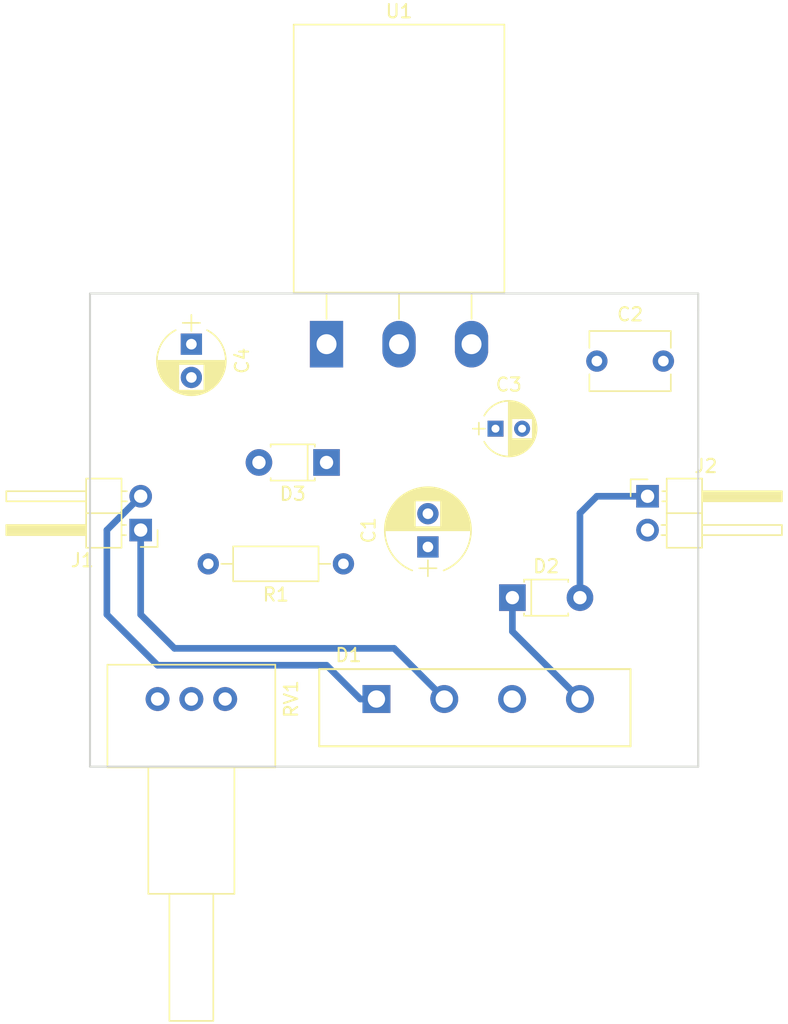
<source format=kicad_pcb>
(kicad_pcb (version 4) (host pcbnew 4.0.7-e2-6376~58~ubuntu17.04.1)

  (general
    (links 22)
    (no_connects 18)
    (area 0 0 0 0)
    (thickness 1.6)
    (drawings 5)
    (tracks 16)
    (zones 0)
    (modules 12)
    (nets 7)
  )

  (page A4)
  (layers
    (0 F.Cu signal)
    (31 B.Cu signal)
    (32 B.Adhes user)
    (33 F.Adhes user)
    (34 B.Paste user)
    (35 F.Paste user)
    (36 B.SilkS user)
    (37 F.SilkS user)
    (38 B.Mask user)
    (39 F.Mask user)
    (40 Dwgs.User user)
    (41 Cmts.User user)
    (42 Eco1.User user)
    (43 Eco2.User user)
    (44 Edge.Cuts user)
    (45 Margin user)
    (46 B.CrtYd user)
    (47 F.CrtYd user)
    (48 B.Fab user)
    (49 F.Fab user)
  )

  (setup
    (last_trace_width 0.5)
    (trace_clearance 0.3)
    (zone_clearance 0.508)
    (zone_45_only no)
    (trace_min 0.2)
    (segment_width 0.2)
    (edge_width 0.15)
    (via_size 0.6)
    (via_drill 0.4)
    (via_min_size 0.4)
    (via_min_drill 0.3)
    (uvia_size 0.3)
    (uvia_drill 0.1)
    (uvias_allowed no)
    (uvia_min_size 0.2)
    (uvia_min_drill 0.1)
    (pcb_text_width 0.3)
    (pcb_text_size 1.5 1.5)
    (mod_edge_width 0.15)
    (mod_text_size 1 1)
    (mod_text_width 0.15)
    (pad_size 1.524 1.524)
    (pad_drill 0.762)
    (pad_to_mask_clearance 0.2)
    (aux_axis_origin 0 0)
    (visible_elements FFFFF77F)
    (pcbplotparams
      (layerselection 0x00030_80000001)
      (usegerberextensions false)
      (excludeedgelayer true)
      (linewidth 0.100000)
      (plotframeref false)
      (viasonmask false)
      (mode 1)
      (useauxorigin false)
      (hpglpennumber 1)
      (hpglpenspeed 20)
      (hpglpendiameter 15)
      (hpglpenoverlay 2)
      (psnegative false)
      (psa4output false)
      (plotreference true)
      (plotvalue true)
      (plotinvisibletext false)
      (padsonsilk false)
      (subtractmaskfromsilk false)
      (outputformat 1)
      (mirror false)
      (drillshape 1)
      (scaleselection 1)
      (outputdirectory ""))
  )

  (net 0 "")
  (net 1 "Net-(C1-Pad1)")
  (net 2 GNDREF)
  (net 3 "Net-(C3-Pad1)")
  (net 4 "Net-(C4-Pad1)")
  (net 5 "Net-(D1-Pad3)")
  (net 6 "Net-(D1-Pad2)")

  (net_class Default "This is the default net class."
    (clearance 0.3)
    (trace_width 0.5)
    (via_dia 0.6)
    (via_drill 0.4)
    (uvia_dia 0.3)
    (uvia_drill 0.1)
    (add_net GNDREF)
    (add_net "Net-(C1-Pad1)")
    (add_net "Net-(C3-Pad1)")
    (add_net "Net-(C4-Pad1)")
    (add_net "Net-(D1-Pad2)")
    (add_net "Net-(D1-Pad3)")
  )

  (module Capacitors_THT:CP_Radial_D6.3mm_P2.50mm (layer F.Cu) (tedit 597BC7C2) (tstamp 59DA65A7)
    (at 129.54 104.14 90)
    (descr "CP, Radial series, Radial, pin pitch=2.50mm, , diameter=6.3mm, Electrolytic Capacitor")
    (tags "CP Radial series Radial pin pitch 2.50mm  diameter 6.3mm Electrolytic Capacitor")
    (path /59DA6083)
    (fp_text reference C1 (at 1.25 -4.46 90) (layer F.SilkS)
      (effects (font (size 1 1) (thickness 0.15)))
    )
    (fp_text value 1mF (at 1.25 4.46 90) (layer F.Fab)
      (effects (font (size 1 1) (thickness 0.15)))
    )
    (fp_arc (start 1.25 0) (end -1.767482 -1.18) (angle 137.3) (layer F.SilkS) (width 0.12))
    (fp_arc (start 1.25 0) (end -1.767482 1.18) (angle -137.3) (layer F.SilkS) (width 0.12))
    (fp_arc (start 1.25 0) (end 4.267482 -1.18) (angle 42.7) (layer F.SilkS) (width 0.12))
    (fp_circle (center 1.25 0) (end 4.4 0) (layer F.Fab) (width 0.1))
    (fp_line (start -2.2 0) (end -1 0) (layer F.Fab) (width 0.1))
    (fp_line (start -1.6 -0.65) (end -1.6 0.65) (layer F.Fab) (width 0.1))
    (fp_line (start 1.25 -3.2) (end 1.25 3.2) (layer F.SilkS) (width 0.12))
    (fp_line (start 1.29 -3.2) (end 1.29 3.2) (layer F.SilkS) (width 0.12))
    (fp_line (start 1.33 -3.2) (end 1.33 3.2) (layer F.SilkS) (width 0.12))
    (fp_line (start 1.37 -3.198) (end 1.37 3.198) (layer F.SilkS) (width 0.12))
    (fp_line (start 1.41 -3.197) (end 1.41 3.197) (layer F.SilkS) (width 0.12))
    (fp_line (start 1.45 -3.194) (end 1.45 3.194) (layer F.SilkS) (width 0.12))
    (fp_line (start 1.49 -3.192) (end 1.49 3.192) (layer F.SilkS) (width 0.12))
    (fp_line (start 1.53 -3.188) (end 1.53 -0.98) (layer F.SilkS) (width 0.12))
    (fp_line (start 1.53 0.98) (end 1.53 3.188) (layer F.SilkS) (width 0.12))
    (fp_line (start 1.57 -3.185) (end 1.57 -0.98) (layer F.SilkS) (width 0.12))
    (fp_line (start 1.57 0.98) (end 1.57 3.185) (layer F.SilkS) (width 0.12))
    (fp_line (start 1.61 -3.18) (end 1.61 -0.98) (layer F.SilkS) (width 0.12))
    (fp_line (start 1.61 0.98) (end 1.61 3.18) (layer F.SilkS) (width 0.12))
    (fp_line (start 1.65 -3.176) (end 1.65 -0.98) (layer F.SilkS) (width 0.12))
    (fp_line (start 1.65 0.98) (end 1.65 3.176) (layer F.SilkS) (width 0.12))
    (fp_line (start 1.69 -3.17) (end 1.69 -0.98) (layer F.SilkS) (width 0.12))
    (fp_line (start 1.69 0.98) (end 1.69 3.17) (layer F.SilkS) (width 0.12))
    (fp_line (start 1.73 -3.165) (end 1.73 -0.98) (layer F.SilkS) (width 0.12))
    (fp_line (start 1.73 0.98) (end 1.73 3.165) (layer F.SilkS) (width 0.12))
    (fp_line (start 1.77 -3.158) (end 1.77 -0.98) (layer F.SilkS) (width 0.12))
    (fp_line (start 1.77 0.98) (end 1.77 3.158) (layer F.SilkS) (width 0.12))
    (fp_line (start 1.81 -3.152) (end 1.81 -0.98) (layer F.SilkS) (width 0.12))
    (fp_line (start 1.81 0.98) (end 1.81 3.152) (layer F.SilkS) (width 0.12))
    (fp_line (start 1.85 -3.144) (end 1.85 -0.98) (layer F.SilkS) (width 0.12))
    (fp_line (start 1.85 0.98) (end 1.85 3.144) (layer F.SilkS) (width 0.12))
    (fp_line (start 1.89 -3.137) (end 1.89 -0.98) (layer F.SilkS) (width 0.12))
    (fp_line (start 1.89 0.98) (end 1.89 3.137) (layer F.SilkS) (width 0.12))
    (fp_line (start 1.93 -3.128) (end 1.93 -0.98) (layer F.SilkS) (width 0.12))
    (fp_line (start 1.93 0.98) (end 1.93 3.128) (layer F.SilkS) (width 0.12))
    (fp_line (start 1.971 -3.119) (end 1.971 -0.98) (layer F.SilkS) (width 0.12))
    (fp_line (start 1.971 0.98) (end 1.971 3.119) (layer F.SilkS) (width 0.12))
    (fp_line (start 2.011 -3.11) (end 2.011 -0.98) (layer F.SilkS) (width 0.12))
    (fp_line (start 2.011 0.98) (end 2.011 3.11) (layer F.SilkS) (width 0.12))
    (fp_line (start 2.051 -3.1) (end 2.051 -0.98) (layer F.SilkS) (width 0.12))
    (fp_line (start 2.051 0.98) (end 2.051 3.1) (layer F.SilkS) (width 0.12))
    (fp_line (start 2.091 -3.09) (end 2.091 -0.98) (layer F.SilkS) (width 0.12))
    (fp_line (start 2.091 0.98) (end 2.091 3.09) (layer F.SilkS) (width 0.12))
    (fp_line (start 2.131 -3.079) (end 2.131 -0.98) (layer F.SilkS) (width 0.12))
    (fp_line (start 2.131 0.98) (end 2.131 3.079) (layer F.SilkS) (width 0.12))
    (fp_line (start 2.171 -3.067) (end 2.171 -0.98) (layer F.SilkS) (width 0.12))
    (fp_line (start 2.171 0.98) (end 2.171 3.067) (layer F.SilkS) (width 0.12))
    (fp_line (start 2.211 -3.055) (end 2.211 -0.98) (layer F.SilkS) (width 0.12))
    (fp_line (start 2.211 0.98) (end 2.211 3.055) (layer F.SilkS) (width 0.12))
    (fp_line (start 2.251 -3.042) (end 2.251 -0.98) (layer F.SilkS) (width 0.12))
    (fp_line (start 2.251 0.98) (end 2.251 3.042) (layer F.SilkS) (width 0.12))
    (fp_line (start 2.291 -3.029) (end 2.291 -0.98) (layer F.SilkS) (width 0.12))
    (fp_line (start 2.291 0.98) (end 2.291 3.029) (layer F.SilkS) (width 0.12))
    (fp_line (start 2.331 -3.015) (end 2.331 -0.98) (layer F.SilkS) (width 0.12))
    (fp_line (start 2.331 0.98) (end 2.331 3.015) (layer F.SilkS) (width 0.12))
    (fp_line (start 2.371 -3.001) (end 2.371 -0.98) (layer F.SilkS) (width 0.12))
    (fp_line (start 2.371 0.98) (end 2.371 3.001) (layer F.SilkS) (width 0.12))
    (fp_line (start 2.411 -2.986) (end 2.411 -0.98) (layer F.SilkS) (width 0.12))
    (fp_line (start 2.411 0.98) (end 2.411 2.986) (layer F.SilkS) (width 0.12))
    (fp_line (start 2.451 -2.97) (end 2.451 -0.98) (layer F.SilkS) (width 0.12))
    (fp_line (start 2.451 0.98) (end 2.451 2.97) (layer F.SilkS) (width 0.12))
    (fp_line (start 2.491 -2.954) (end 2.491 -0.98) (layer F.SilkS) (width 0.12))
    (fp_line (start 2.491 0.98) (end 2.491 2.954) (layer F.SilkS) (width 0.12))
    (fp_line (start 2.531 -2.937) (end 2.531 -0.98) (layer F.SilkS) (width 0.12))
    (fp_line (start 2.531 0.98) (end 2.531 2.937) (layer F.SilkS) (width 0.12))
    (fp_line (start 2.571 -2.919) (end 2.571 -0.98) (layer F.SilkS) (width 0.12))
    (fp_line (start 2.571 0.98) (end 2.571 2.919) (layer F.SilkS) (width 0.12))
    (fp_line (start 2.611 -2.901) (end 2.611 -0.98) (layer F.SilkS) (width 0.12))
    (fp_line (start 2.611 0.98) (end 2.611 2.901) (layer F.SilkS) (width 0.12))
    (fp_line (start 2.651 -2.882) (end 2.651 -0.98) (layer F.SilkS) (width 0.12))
    (fp_line (start 2.651 0.98) (end 2.651 2.882) (layer F.SilkS) (width 0.12))
    (fp_line (start 2.691 -2.863) (end 2.691 -0.98) (layer F.SilkS) (width 0.12))
    (fp_line (start 2.691 0.98) (end 2.691 2.863) (layer F.SilkS) (width 0.12))
    (fp_line (start 2.731 -2.843) (end 2.731 -0.98) (layer F.SilkS) (width 0.12))
    (fp_line (start 2.731 0.98) (end 2.731 2.843) (layer F.SilkS) (width 0.12))
    (fp_line (start 2.771 -2.822) (end 2.771 -0.98) (layer F.SilkS) (width 0.12))
    (fp_line (start 2.771 0.98) (end 2.771 2.822) (layer F.SilkS) (width 0.12))
    (fp_line (start 2.811 -2.8) (end 2.811 -0.98) (layer F.SilkS) (width 0.12))
    (fp_line (start 2.811 0.98) (end 2.811 2.8) (layer F.SilkS) (width 0.12))
    (fp_line (start 2.851 -2.778) (end 2.851 -0.98) (layer F.SilkS) (width 0.12))
    (fp_line (start 2.851 0.98) (end 2.851 2.778) (layer F.SilkS) (width 0.12))
    (fp_line (start 2.891 -2.755) (end 2.891 -0.98) (layer F.SilkS) (width 0.12))
    (fp_line (start 2.891 0.98) (end 2.891 2.755) (layer F.SilkS) (width 0.12))
    (fp_line (start 2.931 -2.731) (end 2.931 -0.98) (layer F.SilkS) (width 0.12))
    (fp_line (start 2.931 0.98) (end 2.931 2.731) (layer F.SilkS) (width 0.12))
    (fp_line (start 2.971 -2.706) (end 2.971 -0.98) (layer F.SilkS) (width 0.12))
    (fp_line (start 2.971 0.98) (end 2.971 2.706) (layer F.SilkS) (width 0.12))
    (fp_line (start 3.011 -2.681) (end 3.011 -0.98) (layer F.SilkS) (width 0.12))
    (fp_line (start 3.011 0.98) (end 3.011 2.681) (layer F.SilkS) (width 0.12))
    (fp_line (start 3.051 -2.654) (end 3.051 -0.98) (layer F.SilkS) (width 0.12))
    (fp_line (start 3.051 0.98) (end 3.051 2.654) (layer F.SilkS) (width 0.12))
    (fp_line (start 3.091 -2.627) (end 3.091 -0.98) (layer F.SilkS) (width 0.12))
    (fp_line (start 3.091 0.98) (end 3.091 2.627) (layer F.SilkS) (width 0.12))
    (fp_line (start 3.131 -2.599) (end 3.131 -0.98) (layer F.SilkS) (width 0.12))
    (fp_line (start 3.131 0.98) (end 3.131 2.599) (layer F.SilkS) (width 0.12))
    (fp_line (start 3.171 -2.57) (end 3.171 -0.98) (layer F.SilkS) (width 0.12))
    (fp_line (start 3.171 0.98) (end 3.171 2.57) (layer F.SilkS) (width 0.12))
    (fp_line (start 3.211 -2.54) (end 3.211 -0.98) (layer F.SilkS) (width 0.12))
    (fp_line (start 3.211 0.98) (end 3.211 2.54) (layer F.SilkS) (width 0.12))
    (fp_line (start 3.251 -2.51) (end 3.251 -0.98) (layer F.SilkS) (width 0.12))
    (fp_line (start 3.251 0.98) (end 3.251 2.51) (layer F.SilkS) (width 0.12))
    (fp_line (start 3.291 -2.478) (end 3.291 -0.98) (layer F.SilkS) (width 0.12))
    (fp_line (start 3.291 0.98) (end 3.291 2.478) (layer F.SilkS) (width 0.12))
    (fp_line (start 3.331 -2.445) (end 3.331 -0.98) (layer F.SilkS) (width 0.12))
    (fp_line (start 3.331 0.98) (end 3.331 2.445) (layer F.SilkS) (width 0.12))
    (fp_line (start 3.371 -2.411) (end 3.371 -0.98) (layer F.SilkS) (width 0.12))
    (fp_line (start 3.371 0.98) (end 3.371 2.411) (layer F.SilkS) (width 0.12))
    (fp_line (start 3.411 -2.375) (end 3.411 -0.98) (layer F.SilkS) (width 0.12))
    (fp_line (start 3.411 0.98) (end 3.411 2.375) (layer F.SilkS) (width 0.12))
    (fp_line (start 3.451 -2.339) (end 3.451 -0.98) (layer F.SilkS) (width 0.12))
    (fp_line (start 3.451 0.98) (end 3.451 2.339) (layer F.SilkS) (width 0.12))
    (fp_line (start 3.491 -2.301) (end 3.491 2.301) (layer F.SilkS) (width 0.12))
    (fp_line (start 3.531 -2.262) (end 3.531 2.262) (layer F.SilkS) (width 0.12))
    (fp_line (start 3.571 -2.222) (end 3.571 2.222) (layer F.SilkS) (width 0.12))
    (fp_line (start 3.611 -2.18) (end 3.611 2.18) (layer F.SilkS) (width 0.12))
    (fp_line (start 3.651 -2.137) (end 3.651 2.137) (layer F.SilkS) (width 0.12))
    (fp_line (start 3.691 -2.092) (end 3.691 2.092) (layer F.SilkS) (width 0.12))
    (fp_line (start 3.731 -2.045) (end 3.731 2.045) (layer F.SilkS) (width 0.12))
    (fp_line (start 3.771 -1.997) (end 3.771 1.997) (layer F.SilkS) (width 0.12))
    (fp_line (start 3.811 -1.946) (end 3.811 1.946) (layer F.SilkS) (width 0.12))
    (fp_line (start 3.851 -1.894) (end 3.851 1.894) (layer F.SilkS) (width 0.12))
    (fp_line (start 3.891 -1.839) (end 3.891 1.839) (layer F.SilkS) (width 0.12))
    (fp_line (start 3.931 -1.781) (end 3.931 1.781) (layer F.SilkS) (width 0.12))
    (fp_line (start 3.971 -1.721) (end 3.971 1.721) (layer F.SilkS) (width 0.12))
    (fp_line (start 4.011 -1.658) (end 4.011 1.658) (layer F.SilkS) (width 0.12))
    (fp_line (start 4.051 -1.591) (end 4.051 1.591) (layer F.SilkS) (width 0.12))
    (fp_line (start 4.091 -1.52) (end 4.091 1.52) (layer F.SilkS) (width 0.12))
    (fp_line (start 4.131 -1.445) (end 4.131 1.445) (layer F.SilkS) (width 0.12))
    (fp_line (start 4.171 -1.364) (end 4.171 1.364) (layer F.SilkS) (width 0.12))
    (fp_line (start 4.211 -1.278) (end 4.211 1.278) (layer F.SilkS) (width 0.12))
    (fp_line (start 4.251 -1.184) (end 4.251 1.184) (layer F.SilkS) (width 0.12))
    (fp_line (start 4.291 -1.081) (end 4.291 1.081) (layer F.SilkS) (width 0.12))
    (fp_line (start 4.331 -0.966) (end 4.331 0.966) (layer F.SilkS) (width 0.12))
    (fp_line (start 4.371 -0.834) (end 4.371 0.834) (layer F.SilkS) (width 0.12))
    (fp_line (start 4.411 -0.676) (end 4.411 0.676) (layer F.SilkS) (width 0.12))
    (fp_line (start 4.451 -0.468) (end 4.451 0.468) (layer F.SilkS) (width 0.12))
    (fp_line (start -2.2 0) (end -1 0) (layer F.SilkS) (width 0.12))
    (fp_line (start -1.6 -0.65) (end -1.6 0.65) (layer F.SilkS) (width 0.12))
    (fp_line (start -2.25 -3.5) (end -2.25 3.5) (layer F.CrtYd) (width 0.05))
    (fp_line (start -2.25 3.5) (end 4.75 3.5) (layer F.CrtYd) (width 0.05))
    (fp_line (start 4.75 3.5) (end 4.75 -3.5) (layer F.CrtYd) (width 0.05))
    (fp_line (start 4.75 -3.5) (end -2.25 -3.5) (layer F.CrtYd) (width 0.05))
    (fp_text user %R (at 1.25 0 90) (layer F.Fab)
      (effects (font (size 1 1) (thickness 0.15)))
    )
    (pad 1 thru_hole rect (at 0 0 90) (size 1.6 1.6) (drill 0.8) (layers *.Cu *.Mask)
      (net 1 "Net-(C1-Pad1)"))
    (pad 2 thru_hole circle (at 2.5 0 90) (size 1.6 1.6) (drill 0.8) (layers *.Cu *.Mask)
      (net 2 GNDREF))
    (model ${KISYS3DMOD}/Capacitors_THT.3dshapes/CP_Radial_D6.3mm_P2.50mm.wrl
      (at (xyz 0 0 0))
      (scale (xyz 1 1 1))
      (rotate (xyz 0 0 0))
    )
  )

  (module Capacitors_THT:C_Disc_D6.0mm_W4.4mm_P5.00mm (layer F.Cu) (tedit 597BC7C2) (tstamp 59DA65AD)
    (at 142.24 90.17)
    (descr "C, Disc series, Radial, pin pitch=5.00mm, , diameter*width=6*4.4mm^2, Capacitor")
    (tags "C Disc series Radial pin pitch 5.00mm  diameter 6mm width 4.4mm Capacitor")
    (path /59DA6154)
    (fp_text reference C2 (at 2.5 -3.51) (layer F.SilkS)
      (effects (font (size 1 1) (thickness 0.15)))
    )
    (fp_text value 0.1uF (at 2.5 3.51) (layer F.Fab)
      (effects (font (size 1 1) (thickness 0.15)))
    )
    (fp_line (start -0.5 -2.2) (end -0.5 2.2) (layer F.Fab) (width 0.1))
    (fp_line (start -0.5 2.2) (end 5.5 2.2) (layer F.Fab) (width 0.1))
    (fp_line (start 5.5 2.2) (end 5.5 -2.2) (layer F.Fab) (width 0.1))
    (fp_line (start 5.5 -2.2) (end -0.5 -2.2) (layer F.Fab) (width 0.1))
    (fp_line (start -0.56 -2.26) (end 5.56 -2.26) (layer F.SilkS) (width 0.12))
    (fp_line (start -0.56 2.26) (end 5.56 2.26) (layer F.SilkS) (width 0.12))
    (fp_line (start -0.56 -2.26) (end -0.56 -0.996) (layer F.SilkS) (width 0.12))
    (fp_line (start -0.56 0.996) (end -0.56 2.26) (layer F.SilkS) (width 0.12))
    (fp_line (start 5.56 -2.26) (end 5.56 -0.996) (layer F.SilkS) (width 0.12))
    (fp_line (start 5.56 0.996) (end 5.56 2.26) (layer F.SilkS) (width 0.12))
    (fp_line (start -1.05 -2.55) (end -1.05 2.55) (layer F.CrtYd) (width 0.05))
    (fp_line (start -1.05 2.55) (end 6.05 2.55) (layer F.CrtYd) (width 0.05))
    (fp_line (start 6.05 2.55) (end 6.05 -2.55) (layer F.CrtYd) (width 0.05))
    (fp_line (start 6.05 -2.55) (end -1.05 -2.55) (layer F.CrtYd) (width 0.05))
    (fp_text user %R (at 2.5 0) (layer F.Fab)
      (effects (font (size 1 1) (thickness 0.15)))
    )
    (pad 1 thru_hole circle (at 0 0) (size 1.6 1.6) (drill 0.8) (layers *.Cu *.Mask)
      (net 1 "Net-(C1-Pad1)"))
    (pad 2 thru_hole circle (at 5 0) (size 1.6 1.6) (drill 0.8) (layers *.Cu *.Mask)
      (net 2 GNDREF))
    (model ${KISYS3DMOD}/Capacitors_THT.3dshapes/C_Disc_D6.0mm_W4.4mm_P5.00mm.wrl
      (at (xyz 0 0 0))
      (scale (xyz 1 1 1))
      (rotate (xyz 0 0 0))
    )
  )

  (module Capacitors_THT:CP_Radial_D4.0mm_P2.00mm (layer F.Cu) (tedit 597BC7C2) (tstamp 59DA65B3)
    (at 134.62 95.25)
    (descr "CP, Radial series, Radial, pin pitch=2.00mm, , diameter=4mm, Electrolytic Capacitor")
    (tags "CP Radial series Radial pin pitch 2.00mm  diameter 4mm Electrolytic Capacitor")
    (path /59DA6BF3)
    (fp_text reference C3 (at 1 -3.31) (layer F.SilkS)
      (effects (font (size 1 1) (thickness 0.15)))
    )
    (fp_text value 10uF (at 1 3.31) (layer F.Fab)
      (effects (font (size 1 1) (thickness 0.15)))
    )
    (fp_arc (start 1 0) (end -0.845996 -0.98) (angle 124.1) (layer F.SilkS) (width 0.12))
    (fp_arc (start 1 0) (end -0.845996 0.98) (angle -124.1) (layer F.SilkS) (width 0.12))
    (fp_arc (start 1 0) (end 2.845996 -0.98) (angle 55.9) (layer F.SilkS) (width 0.12))
    (fp_circle (center 1 0) (end 3 0) (layer F.Fab) (width 0.1))
    (fp_line (start -1.7 0) (end -0.8 0) (layer F.Fab) (width 0.1))
    (fp_line (start -1.25 -0.45) (end -1.25 0.45) (layer F.Fab) (width 0.1))
    (fp_line (start 1 -2.05) (end 1 2.05) (layer F.SilkS) (width 0.12))
    (fp_line (start 1.04 -2.05) (end 1.04 2.05) (layer F.SilkS) (width 0.12))
    (fp_line (start 1.08 -2.049) (end 1.08 2.049) (layer F.SilkS) (width 0.12))
    (fp_line (start 1.12 -2.047) (end 1.12 2.047) (layer F.SilkS) (width 0.12))
    (fp_line (start 1.16 -2.044) (end 1.16 2.044) (layer F.SilkS) (width 0.12))
    (fp_line (start 1.2 -2.041) (end 1.2 2.041) (layer F.SilkS) (width 0.12))
    (fp_line (start 1.24 -2.037) (end 1.24 -0.78) (layer F.SilkS) (width 0.12))
    (fp_line (start 1.24 0.78) (end 1.24 2.037) (layer F.SilkS) (width 0.12))
    (fp_line (start 1.28 -2.032) (end 1.28 -0.78) (layer F.SilkS) (width 0.12))
    (fp_line (start 1.28 0.78) (end 1.28 2.032) (layer F.SilkS) (width 0.12))
    (fp_line (start 1.32 -2.026) (end 1.32 -0.78) (layer F.SilkS) (width 0.12))
    (fp_line (start 1.32 0.78) (end 1.32 2.026) (layer F.SilkS) (width 0.12))
    (fp_line (start 1.36 -2.019) (end 1.36 -0.78) (layer F.SilkS) (width 0.12))
    (fp_line (start 1.36 0.78) (end 1.36 2.019) (layer F.SilkS) (width 0.12))
    (fp_line (start 1.4 -2.012) (end 1.4 -0.78) (layer F.SilkS) (width 0.12))
    (fp_line (start 1.4 0.78) (end 1.4 2.012) (layer F.SilkS) (width 0.12))
    (fp_line (start 1.44 -2.004) (end 1.44 -0.78) (layer F.SilkS) (width 0.12))
    (fp_line (start 1.44 0.78) (end 1.44 2.004) (layer F.SilkS) (width 0.12))
    (fp_line (start 1.48 -1.995) (end 1.48 -0.78) (layer F.SilkS) (width 0.12))
    (fp_line (start 1.48 0.78) (end 1.48 1.995) (layer F.SilkS) (width 0.12))
    (fp_line (start 1.52 -1.985) (end 1.52 -0.78) (layer F.SilkS) (width 0.12))
    (fp_line (start 1.52 0.78) (end 1.52 1.985) (layer F.SilkS) (width 0.12))
    (fp_line (start 1.56 -1.974) (end 1.56 -0.78) (layer F.SilkS) (width 0.12))
    (fp_line (start 1.56 0.78) (end 1.56 1.974) (layer F.SilkS) (width 0.12))
    (fp_line (start 1.6 -1.963) (end 1.6 -0.78) (layer F.SilkS) (width 0.12))
    (fp_line (start 1.6 0.78) (end 1.6 1.963) (layer F.SilkS) (width 0.12))
    (fp_line (start 1.64 -1.95) (end 1.64 -0.78) (layer F.SilkS) (width 0.12))
    (fp_line (start 1.64 0.78) (end 1.64 1.95) (layer F.SilkS) (width 0.12))
    (fp_line (start 1.68 -1.937) (end 1.68 -0.78) (layer F.SilkS) (width 0.12))
    (fp_line (start 1.68 0.78) (end 1.68 1.937) (layer F.SilkS) (width 0.12))
    (fp_line (start 1.721 -1.923) (end 1.721 -0.78) (layer F.SilkS) (width 0.12))
    (fp_line (start 1.721 0.78) (end 1.721 1.923) (layer F.SilkS) (width 0.12))
    (fp_line (start 1.761 -1.907) (end 1.761 -0.78) (layer F.SilkS) (width 0.12))
    (fp_line (start 1.761 0.78) (end 1.761 1.907) (layer F.SilkS) (width 0.12))
    (fp_line (start 1.801 -1.891) (end 1.801 -0.78) (layer F.SilkS) (width 0.12))
    (fp_line (start 1.801 0.78) (end 1.801 1.891) (layer F.SilkS) (width 0.12))
    (fp_line (start 1.841 -1.874) (end 1.841 -0.78) (layer F.SilkS) (width 0.12))
    (fp_line (start 1.841 0.78) (end 1.841 1.874) (layer F.SilkS) (width 0.12))
    (fp_line (start 1.881 -1.856) (end 1.881 -0.78) (layer F.SilkS) (width 0.12))
    (fp_line (start 1.881 0.78) (end 1.881 1.856) (layer F.SilkS) (width 0.12))
    (fp_line (start 1.921 -1.837) (end 1.921 -0.78) (layer F.SilkS) (width 0.12))
    (fp_line (start 1.921 0.78) (end 1.921 1.837) (layer F.SilkS) (width 0.12))
    (fp_line (start 1.961 -1.817) (end 1.961 -0.78) (layer F.SilkS) (width 0.12))
    (fp_line (start 1.961 0.78) (end 1.961 1.817) (layer F.SilkS) (width 0.12))
    (fp_line (start 2.001 -1.796) (end 2.001 -0.78) (layer F.SilkS) (width 0.12))
    (fp_line (start 2.001 0.78) (end 2.001 1.796) (layer F.SilkS) (width 0.12))
    (fp_line (start 2.041 -1.773) (end 2.041 -0.78) (layer F.SilkS) (width 0.12))
    (fp_line (start 2.041 0.78) (end 2.041 1.773) (layer F.SilkS) (width 0.12))
    (fp_line (start 2.081 -1.75) (end 2.081 -0.78) (layer F.SilkS) (width 0.12))
    (fp_line (start 2.081 0.78) (end 2.081 1.75) (layer F.SilkS) (width 0.12))
    (fp_line (start 2.121 -1.725) (end 2.121 -0.78) (layer F.SilkS) (width 0.12))
    (fp_line (start 2.121 0.78) (end 2.121 1.725) (layer F.SilkS) (width 0.12))
    (fp_line (start 2.161 -1.699) (end 2.161 -0.78) (layer F.SilkS) (width 0.12))
    (fp_line (start 2.161 0.78) (end 2.161 1.699) (layer F.SilkS) (width 0.12))
    (fp_line (start 2.201 -1.672) (end 2.201 -0.78) (layer F.SilkS) (width 0.12))
    (fp_line (start 2.201 0.78) (end 2.201 1.672) (layer F.SilkS) (width 0.12))
    (fp_line (start 2.241 -1.643) (end 2.241 -0.78) (layer F.SilkS) (width 0.12))
    (fp_line (start 2.241 0.78) (end 2.241 1.643) (layer F.SilkS) (width 0.12))
    (fp_line (start 2.281 -1.613) (end 2.281 -0.78) (layer F.SilkS) (width 0.12))
    (fp_line (start 2.281 0.78) (end 2.281 1.613) (layer F.SilkS) (width 0.12))
    (fp_line (start 2.321 -1.581) (end 2.321 -0.78) (layer F.SilkS) (width 0.12))
    (fp_line (start 2.321 0.78) (end 2.321 1.581) (layer F.SilkS) (width 0.12))
    (fp_line (start 2.361 -1.547) (end 2.361 -0.78) (layer F.SilkS) (width 0.12))
    (fp_line (start 2.361 0.78) (end 2.361 1.547) (layer F.SilkS) (width 0.12))
    (fp_line (start 2.401 -1.512) (end 2.401 -0.78) (layer F.SilkS) (width 0.12))
    (fp_line (start 2.401 0.78) (end 2.401 1.512) (layer F.SilkS) (width 0.12))
    (fp_line (start 2.441 -1.475) (end 2.441 -0.78) (layer F.SilkS) (width 0.12))
    (fp_line (start 2.441 0.78) (end 2.441 1.475) (layer F.SilkS) (width 0.12))
    (fp_line (start 2.481 -1.436) (end 2.481 -0.78) (layer F.SilkS) (width 0.12))
    (fp_line (start 2.481 0.78) (end 2.481 1.436) (layer F.SilkS) (width 0.12))
    (fp_line (start 2.521 -1.395) (end 2.521 -0.78) (layer F.SilkS) (width 0.12))
    (fp_line (start 2.521 0.78) (end 2.521 1.395) (layer F.SilkS) (width 0.12))
    (fp_line (start 2.561 -1.351) (end 2.561 -0.78) (layer F.SilkS) (width 0.12))
    (fp_line (start 2.561 0.78) (end 2.561 1.351) (layer F.SilkS) (width 0.12))
    (fp_line (start 2.601 -1.305) (end 2.601 -0.78) (layer F.SilkS) (width 0.12))
    (fp_line (start 2.601 0.78) (end 2.601 1.305) (layer F.SilkS) (width 0.12))
    (fp_line (start 2.641 -1.256) (end 2.641 -0.78) (layer F.SilkS) (width 0.12))
    (fp_line (start 2.641 0.78) (end 2.641 1.256) (layer F.SilkS) (width 0.12))
    (fp_line (start 2.681 -1.204) (end 2.681 -0.78) (layer F.SilkS) (width 0.12))
    (fp_line (start 2.681 0.78) (end 2.681 1.204) (layer F.SilkS) (width 0.12))
    (fp_line (start 2.721 -1.148) (end 2.721 -0.78) (layer F.SilkS) (width 0.12))
    (fp_line (start 2.721 0.78) (end 2.721 1.148) (layer F.SilkS) (width 0.12))
    (fp_line (start 2.761 -1.088) (end 2.761 -0.78) (layer F.SilkS) (width 0.12))
    (fp_line (start 2.761 0.78) (end 2.761 1.088) (layer F.SilkS) (width 0.12))
    (fp_line (start 2.801 -1.023) (end 2.801 1.023) (layer F.SilkS) (width 0.12))
    (fp_line (start 2.841 -0.952) (end 2.841 0.952) (layer F.SilkS) (width 0.12))
    (fp_line (start 2.881 -0.874) (end 2.881 0.874) (layer F.SilkS) (width 0.12))
    (fp_line (start 2.921 -0.786) (end 2.921 0.786) (layer F.SilkS) (width 0.12))
    (fp_line (start 2.961 -0.686) (end 2.961 0.686) (layer F.SilkS) (width 0.12))
    (fp_line (start 3.001 -0.567) (end 3.001 0.567) (layer F.SilkS) (width 0.12))
    (fp_line (start 3.041 -0.415) (end 3.041 0.415) (layer F.SilkS) (width 0.12))
    (fp_line (start 3.081 -0.165) (end 3.081 0.165) (layer F.SilkS) (width 0.12))
    (fp_line (start -1.7 0) (end -0.8 0) (layer F.SilkS) (width 0.12))
    (fp_line (start -1.25 -0.45) (end -1.25 0.45) (layer F.SilkS) (width 0.12))
    (fp_line (start -1.35 -2.35) (end -1.35 2.35) (layer F.CrtYd) (width 0.05))
    (fp_line (start -1.35 2.35) (end 3.35 2.35) (layer F.CrtYd) (width 0.05))
    (fp_line (start 3.35 2.35) (end 3.35 -2.35) (layer F.CrtYd) (width 0.05))
    (fp_line (start 3.35 -2.35) (end -1.35 -2.35) (layer F.CrtYd) (width 0.05))
    (fp_text user %R (at 1 0) (layer F.Fab)
      (effects (font (size 1 1) (thickness 0.15)))
    )
    (pad 1 thru_hole rect (at 0 0) (size 1.2 1.2) (drill 0.6) (layers *.Cu *.Mask)
      (net 3 "Net-(C3-Pad1)"))
    (pad 2 thru_hole circle (at 2 0) (size 1.2 1.2) (drill 0.6) (layers *.Cu *.Mask)
      (net 2 GNDREF))
    (model ${KISYS3DMOD}/Capacitors_THT.3dshapes/CP_Radial_D4.0mm_P2.00mm.wrl
      (at (xyz 0 0 0))
      (scale (xyz 1 1 1))
      (rotate (xyz 0 0 0))
    )
  )

  (module Capacitors_THT:CP_Radial_D5.0mm_P2.50mm (layer F.Cu) (tedit 597BC7C2) (tstamp 59DA65B9)
    (at 111.76 88.9 270)
    (descr "CP, Radial series, Radial, pin pitch=2.50mm, , diameter=5mm, Electrolytic Capacitor")
    (tags "CP Radial series Radial pin pitch 2.50mm  diameter 5mm Electrolytic Capacitor")
    (path /59DA6C91)
    (fp_text reference C4 (at 1.25 -3.81 270) (layer F.SilkS)
      (effects (font (size 1 1) (thickness 0.15)))
    )
    (fp_text value 100uF (at 1.25 3.81 270) (layer F.Fab)
      (effects (font (size 1 1) (thickness 0.15)))
    )
    (fp_arc (start 1.25 0) (end -1.05558 -1.18) (angle 125.8) (layer F.SilkS) (width 0.12))
    (fp_arc (start 1.25 0) (end -1.05558 1.18) (angle -125.8) (layer F.SilkS) (width 0.12))
    (fp_arc (start 1.25 0) (end 3.55558 -1.18) (angle 54.2) (layer F.SilkS) (width 0.12))
    (fp_circle (center 1.25 0) (end 3.75 0) (layer F.Fab) (width 0.1))
    (fp_line (start -2.2 0) (end -1 0) (layer F.Fab) (width 0.1))
    (fp_line (start -1.6 -0.65) (end -1.6 0.65) (layer F.Fab) (width 0.1))
    (fp_line (start 1.25 -2.55) (end 1.25 2.55) (layer F.SilkS) (width 0.12))
    (fp_line (start 1.29 -2.55) (end 1.29 2.55) (layer F.SilkS) (width 0.12))
    (fp_line (start 1.33 -2.549) (end 1.33 2.549) (layer F.SilkS) (width 0.12))
    (fp_line (start 1.37 -2.548) (end 1.37 2.548) (layer F.SilkS) (width 0.12))
    (fp_line (start 1.41 -2.546) (end 1.41 2.546) (layer F.SilkS) (width 0.12))
    (fp_line (start 1.45 -2.543) (end 1.45 2.543) (layer F.SilkS) (width 0.12))
    (fp_line (start 1.49 -2.539) (end 1.49 2.539) (layer F.SilkS) (width 0.12))
    (fp_line (start 1.53 -2.535) (end 1.53 -0.98) (layer F.SilkS) (width 0.12))
    (fp_line (start 1.53 0.98) (end 1.53 2.535) (layer F.SilkS) (width 0.12))
    (fp_line (start 1.57 -2.531) (end 1.57 -0.98) (layer F.SilkS) (width 0.12))
    (fp_line (start 1.57 0.98) (end 1.57 2.531) (layer F.SilkS) (width 0.12))
    (fp_line (start 1.61 -2.525) (end 1.61 -0.98) (layer F.SilkS) (width 0.12))
    (fp_line (start 1.61 0.98) (end 1.61 2.525) (layer F.SilkS) (width 0.12))
    (fp_line (start 1.65 -2.519) (end 1.65 -0.98) (layer F.SilkS) (width 0.12))
    (fp_line (start 1.65 0.98) (end 1.65 2.519) (layer F.SilkS) (width 0.12))
    (fp_line (start 1.69 -2.513) (end 1.69 -0.98) (layer F.SilkS) (width 0.12))
    (fp_line (start 1.69 0.98) (end 1.69 2.513) (layer F.SilkS) (width 0.12))
    (fp_line (start 1.73 -2.506) (end 1.73 -0.98) (layer F.SilkS) (width 0.12))
    (fp_line (start 1.73 0.98) (end 1.73 2.506) (layer F.SilkS) (width 0.12))
    (fp_line (start 1.77 -2.498) (end 1.77 -0.98) (layer F.SilkS) (width 0.12))
    (fp_line (start 1.77 0.98) (end 1.77 2.498) (layer F.SilkS) (width 0.12))
    (fp_line (start 1.81 -2.489) (end 1.81 -0.98) (layer F.SilkS) (width 0.12))
    (fp_line (start 1.81 0.98) (end 1.81 2.489) (layer F.SilkS) (width 0.12))
    (fp_line (start 1.85 -2.48) (end 1.85 -0.98) (layer F.SilkS) (width 0.12))
    (fp_line (start 1.85 0.98) (end 1.85 2.48) (layer F.SilkS) (width 0.12))
    (fp_line (start 1.89 -2.47) (end 1.89 -0.98) (layer F.SilkS) (width 0.12))
    (fp_line (start 1.89 0.98) (end 1.89 2.47) (layer F.SilkS) (width 0.12))
    (fp_line (start 1.93 -2.46) (end 1.93 -0.98) (layer F.SilkS) (width 0.12))
    (fp_line (start 1.93 0.98) (end 1.93 2.46) (layer F.SilkS) (width 0.12))
    (fp_line (start 1.971 -2.448) (end 1.971 -0.98) (layer F.SilkS) (width 0.12))
    (fp_line (start 1.971 0.98) (end 1.971 2.448) (layer F.SilkS) (width 0.12))
    (fp_line (start 2.011 -2.436) (end 2.011 -0.98) (layer F.SilkS) (width 0.12))
    (fp_line (start 2.011 0.98) (end 2.011 2.436) (layer F.SilkS) (width 0.12))
    (fp_line (start 2.051 -2.424) (end 2.051 -0.98) (layer F.SilkS) (width 0.12))
    (fp_line (start 2.051 0.98) (end 2.051 2.424) (layer F.SilkS) (width 0.12))
    (fp_line (start 2.091 -2.41) (end 2.091 -0.98) (layer F.SilkS) (width 0.12))
    (fp_line (start 2.091 0.98) (end 2.091 2.41) (layer F.SilkS) (width 0.12))
    (fp_line (start 2.131 -2.396) (end 2.131 -0.98) (layer F.SilkS) (width 0.12))
    (fp_line (start 2.131 0.98) (end 2.131 2.396) (layer F.SilkS) (width 0.12))
    (fp_line (start 2.171 -2.382) (end 2.171 -0.98) (layer F.SilkS) (width 0.12))
    (fp_line (start 2.171 0.98) (end 2.171 2.382) (layer F.SilkS) (width 0.12))
    (fp_line (start 2.211 -2.366) (end 2.211 -0.98) (layer F.SilkS) (width 0.12))
    (fp_line (start 2.211 0.98) (end 2.211 2.366) (layer F.SilkS) (width 0.12))
    (fp_line (start 2.251 -2.35) (end 2.251 -0.98) (layer F.SilkS) (width 0.12))
    (fp_line (start 2.251 0.98) (end 2.251 2.35) (layer F.SilkS) (width 0.12))
    (fp_line (start 2.291 -2.333) (end 2.291 -0.98) (layer F.SilkS) (width 0.12))
    (fp_line (start 2.291 0.98) (end 2.291 2.333) (layer F.SilkS) (width 0.12))
    (fp_line (start 2.331 -2.315) (end 2.331 -0.98) (layer F.SilkS) (width 0.12))
    (fp_line (start 2.331 0.98) (end 2.331 2.315) (layer F.SilkS) (width 0.12))
    (fp_line (start 2.371 -2.296) (end 2.371 -0.98) (layer F.SilkS) (width 0.12))
    (fp_line (start 2.371 0.98) (end 2.371 2.296) (layer F.SilkS) (width 0.12))
    (fp_line (start 2.411 -2.276) (end 2.411 -0.98) (layer F.SilkS) (width 0.12))
    (fp_line (start 2.411 0.98) (end 2.411 2.276) (layer F.SilkS) (width 0.12))
    (fp_line (start 2.451 -2.256) (end 2.451 -0.98) (layer F.SilkS) (width 0.12))
    (fp_line (start 2.451 0.98) (end 2.451 2.256) (layer F.SilkS) (width 0.12))
    (fp_line (start 2.491 -2.234) (end 2.491 -0.98) (layer F.SilkS) (width 0.12))
    (fp_line (start 2.491 0.98) (end 2.491 2.234) (layer F.SilkS) (width 0.12))
    (fp_line (start 2.531 -2.212) (end 2.531 -0.98) (layer F.SilkS) (width 0.12))
    (fp_line (start 2.531 0.98) (end 2.531 2.212) (layer F.SilkS) (width 0.12))
    (fp_line (start 2.571 -2.189) (end 2.571 -0.98) (layer F.SilkS) (width 0.12))
    (fp_line (start 2.571 0.98) (end 2.571 2.189) (layer F.SilkS) (width 0.12))
    (fp_line (start 2.611 -2.165) (end 2.611 -0.98) (layer F.SilkS) (width 0.12))
    (fp_line (start 2.611 0.98) (end 2.611 2.165) (layer F.SilkS) (width 0.12))
    (fp_line (start 2.651 -2.14) (end 2.651 -0.98) (layer F.SilkS) (width 0.12))
    (fp_line (start 2.651 0.98) (end 2.651 2.14) (layer F.SilkS) (width 0.12))
    (fp_line (start 2.691 -2.113) (end 2.691 -0.98) (layer F.SilkS) (width 0.12))
    (fp_line (start 2.691 0.98) (end 2.691 2.113) (layer F.SilkS) (width 0.12))
    (fp_line (start 2.731 -2.086) (end 2.731 -0.98) (layer F.SilkS) (width 0.12))
    (fp_line (start 2.731 0.98) (end 2.731 2.086) (layer F.SilkS) (width 0.12))
    (fp_line (start 2.771 -2.058) (end 2.771 -0.98) (layer F.SilkS) (width 0.12))
    (fp_line (start 2.771 0.98) (end 2.771 2.058) (layer F.SilkS) (width 0.12))
    (fp_line (start 2.811 -2.028) (end 2.811 -0.98) (layer F.SilkS) (width 0.12))
    (fp_line (start 2.811 0.98) (end 2.811 2.028) (layer F.SilkS) (width 0.12))
    (fp_line (start 2.851 -1.997) (end 2.851 -0.98) (layer F.SilkS) (width 0.12))
    (fp_line (start 2.851 0.98) (end 2.851 1.997) (layer F.SilkS) (width 0.12))
    (fp_line (start 2.891 -1.965) (end 2.891 -0.98) (layer F.SilkS) (width 0.12))
    (fp_line (start 2.891 0.98) (end 2.891 1.965) (layer F.SilkS) (width 0.12))
    (fp_line (start 2.931 -1.932) (end 2.931 -0.98) (layer F.SilkS) (width 0.12))
    (fp_line (start 2.931 0.98) (end 2.931 1.932) (layer F.SilkS) (width 0.12))
    (fp_line (start 2.971 -1.897) (end 2.971 -0.98) (layer F.SilkS) (width 0.12))
    (fp_line (start 2.971 0.98) (end 2.971 1.897) (layer F.SilkS) (width 0.12))
    (fp_line (start 3.011 -1.861) (end 3.011 -0.98) (layer F.SilkS) (width 0.12))
    (fp_line (start 3.011 0.98) (end 3.011 1.861) (layer F.SilkS) (width 0.12))
    (fp_line (start 3.051 -1.823) (end 3.051 -0.98) (layer F.SilkS) (width 0.12))
    (fp_line (start 3.051 0.98) (end 3.051 1.823) (layer F.SilkS) (width 0.12))
    (fp_line (start 3.091 -1.783) (end 3.091 -0.98) (layer F.SilkS) (width 0.12))
    (fp_line (start 3.091 0.98) (end 3.091 1.783) (layer F.SilkS) (width 0.12))
    (fp_line (start 3.131 -1.742) (end 3.131 -0.98) (layer F.SilkS) (width 0.12))
    (fp_line (start 3.131 0.98) (end 3.131 1.742) (layer F.SilkS) (width 0.12))
    (fp_line (start 3.171 -1.699) (end 3.171 -0.98) (layer F.SilkS) (width 0.12))
    (fp_line (start 3.171 0.98) (end 3.171 1.699) (layer F.SilkS) (width 0.12))
    (fp_line (start 3.211 -1.654) (end 3.211 -0.98) (layer F.SilkS) (width 0.12))
    (fp_line (start 3.211 0.98) (end 3.211 1.654) (layer F.SilkS) (width 0.12))
    (fp_line (start 3.251 -1.606) (end 3.251 -0.98) (layer F.SilkS) (width 0.12))
    (fp_line (start 3.251 0.98) (end 3.251 1.606) (layer F.SilkS) (width 0.12))
    (fp_line (start 3.291 -1.556) (end 3.291 -0.98) (layer F.SilkS) (width 0.12))
    (fp_line (start 3.291 0.98) (end 3.291 1.556) (layer F.SilkS) (width 0.12))
    (fp_line (start 3.331 -1.504) (end 3.331 -0.98) (layer F.SilkS) (width 0.12))
    (fp_line (start 3.331 0.98) (end 3.331 1.504) (layer F.SilkS) (width 0.12))
    (fp_line (start 3.371 -1.448) (end 3.371 -0.98) (layer F.SilkS) (width 0.12))
    (fp_line (start 3.371 0.98) (end 3.371 1.448) (layer F.SilkS) (width 0.12))
    (fp_line (start 3.411 -1.39) (end 3.411 -0.98) (layer F.SilkS) (width 0.12))
    (fp_line (start 3.411 0.98) (end 3.411 1.39) (layer F.SilkS) (width 0.12))
    (fp_line (start 3.451 -1.327) (end 3.451 -0.98) (layer F.SilkS) (width 0.12))
    (fp_line (start 3.451 0.98) (end 3.451 1.327) (layer F.SilkS) (width 0.12))
    (fp_line (start 3.491 -1.261) (end 3.491 1.261) (layer F.SilkS) (width 0.12))
    (fp_line (start 3.531 -1.189) (end 3.531 1.189) (layer F.SilkS) (width 0.12))
    (fp_line (start 3.571 -1.112) (end 3.571 1.112) (layer F.SilkS) (width 0.12))
    (fp_line (start 3.611 -1.028) (end 3.611 1.028) (layer F.SilkS) (width 0.12))
    (fp_line (start 3.651 -0.934) (end 3.651 0.934) (layer F.SilkS) (width 0.12))
    (fp_line (start 3.691 -0.829) (end 3.691 0.829) (layer F.SilkS) (width 0.12))
    (fp_line (start 3.731 -0.707) (end 3.731 0.707) (layer F.SilkS) (width 0.12))
    (fp_line (start 3.771 -0.559) (end 3.771 0.559) (layer F.SilkS) (width 0.12))
    (fp_line (start 3.811 -0.354) (end 3.811 0.354) (layer F.SilkS) (width 0.12))
    (fp_line (start -2.2 0) (end -1 0) (layer F.SilkS) (width 0.12))
    (fp_line (start -1.6 -0.65) (end -1.6 0.65) (layer F.SilkS) (width 0.12))
    (fp_line (start -1.6 -2.85) (end -1.6 2.85) (layer F.CrtYd) (width 0.05))
    (fp_line (start -1.6 2.85) (end 4.1 2.85) (layer F.CrtYd) (width 0.05))
    (fp_line (start 4.1 2.85) (end 4.1 -2.85) (layer F.CrtYd) (width 0.05))
    (fp_line (start 4.1 -2.85) (end -1.6 -2.85) (layer F.CrtYd) (width 0.05))
    (fp_text user %R (at 1.25 0 270) (layer F.Fab)
      (effects (font (size 1 1) (thickness 0.15)))
    )
    (pad 1 thru_hole rect (at 0 0 270) (size 1.6 1.6) (drill 0.8) (layers *.Cu *.Mask)
      (net 4 "Net-(C4-Pad1)"))
    (pad 2 thru_hole circle (at 2.5 0 270) (size 1.6 1.6) (drill 0.8) (layers *.Cu *.Mask)
      (net 2 GNDREF))
    (model ${KISYS3DMOD}/Capacitors_THT.3dshapes/CP_Radial_D5.0mm_P2.50mm.wrl
      (at (xyz 0 0 0))
      (scale (xyz 1 1 1))
      (rotate (xyz 0 0 0))
    )
  )

  (module Diodes_THT:Diode_Bridge_18.5x5.5 (layer F.Cu) (tedit 5921392E) (tstamp 59DA65C1)
    (at 140.97 115.57)
    (descr "Single phase bridge rectifier case 18.5x5.5")
    (tags "Diode Bridge")
    (path /59DA5FCC)
    (fp_text reference D1 (at -17.4 -3.3) (layer F.SilkS)
      (effects (font (size 1 1) (thickness 0.15)))
    )
    (fp_text value D_Bridge_+AA- (at -11.2 4.8) (layer F.Fab)
      (effects (font (size 1 1) (thickness 0.15)))
    )
    (fp_text user %R (at -7.675 2.5) (layer F.Fab)
      (effects (font (size 1 1) (thickness 0.15)))
    )
    (fp_line (start -0.55 2.5) (end 0.45 2.5) (layer F.Fab) (width 0.1))
    (fp_line (start -15.8 2.5) (end -14.8 2.5) (layer F.Fab) (width 0.1))
    (fp_line (start -15.3 2) (end -15.3 3) (layer F.Fab) (width 0.1))
    (fp_line (start 4.15 -2.6) (end 4.15 3.9) (layer F.CrtYd) (width 0.05))
    (fp_line (start 4.15 3.9) (end -19.95 3.9) (layer F.CrtYd) (width 0.05))
    (fp_line (start -19.95 3.9) (end -19.95 -2.6) (layer F.CrtYd) (width 0.05))
    (fp_line (start -19.95 -2.6) (end 4.15 -2.6) (layer F.CrtYd) (width 0.05))
    (fp_line (start -19.6 -2.25) (end 3.8 -2.25) (layer F.SilkS) (width 0.15))
    (fp_line (start 3.8 -2.25) (end 3.8 3.55) (layer F.SilkS) (width 0.15))
    (fp_line (start 3.8 3.55) (end -19.6 3.55) (layer F.SilkS) (width 0.15))
    (fp_line (start -19.6 3.55) (end -19.6 -2.25) (layer F.SilkS) (width 0.15))
    (fp_arc (start -5.25 2.2) (end -4.95 2.5) (angle 100) (layer F.Fab) (width 0.1))
    (fp_arc (start -4.6 2.7) (end -4.95 2.5) (angle 100) (layer F.Fab) (width 0.1))
    (fp_arc (start -9.7 2.7) (end -10.05 2.5) (angle 100) (layer F.Fab) (width 0.1))
    (fp_arc (start -10.35 2.2) (end -10.05 2.5) (angle 100) (layer F.Fab) (width 0.1))
    (pad 3 thru_hole rect (at -15.3 0) (size 2.1 2.1) (drill 1.3) (layers *.Cu *.Mask)
      (net 5 "Net-(D1-Pad3)"))
    (pad 2 thru_hole circle (at -10.2 0) (size 2.1 2.1) (drill 1.3) (layers *.Cu *.Mask)
      (net 6 "Net-(D1-Pad2)"))
    (pad 1 thru_hole circle (at 0 0) (size 2.1 2.1) (drill 1.3) (layers *.Cu *.Mask)
      (net 1 "Net-(C1-Pad1)"))
    (pad 4 thru_hole circle (at -5.1 0) (size 2.1 2.1) (drill 1.3) (layers *.Cu *.Mask)
      (net 2 GNDREF))
    (model ${KISYS3DMOD}/Diodes_THT.3dshapes/Diode_Bridge_18_5x5_5.wrl
      (at (xyz -0.6023622047 0 0))
      (scale (xyz 1 1 1))
      (rotate (xyz 0 0 0))
    )
  )

  (module Diodes_THT:D_T-1_P5.08mm_Horizontal (layer F.Cu) (tedit 59DA66D8) (tstamp 59DA65C7)
    (at 135.89 107.95)
    (descr "D, T-1 series, Axial, Horizontal, pin pitch=5.08mm, , length*diameter=3.2*2.6mm^2, , http://www.diodes.com/_files/packages/T-1.pdf")
    (tags "D T-1 series Axial Horizontal pin pitch 5.08mm  length 3.2mm diameter 2.6mm")
    (path /59DA6654)
    (fp_text reference D2 (at 2.54 -2.36) (layer F.SilkS)
      (effects (font (size 1 1) (thickness 0.15)))
    )
    (fp_text value 1N4004 (at 2.54 2.36) (layer F.Fab)
      (effects (font (size 1 1) (thickness 0.15)))
    )
    (fp_text user %R (at 2.54 0) (layer F.Fab)
      (effects (font (size 1 1) (thickness 0.15)))
    )
    (fp_line (start 0.94 -1.3) (end 0.94 1.3) (layer F.Fab) (width 0.1))
    (fp_line (start 0.94 1.3) (end 4.14 1.3) (layer F.Fab) (width 0.1))
    (fp_line (start 4.14 1.3) (end 4.14 -1.3) (layer F.Fab) (width 0.1))
    (fp_line (start 4.14 -1.3) (end 0.94 -1.3) (layer F.Fab) (width 0.1))
    (fp_line (start 0 0) (end 0.94 0) (layer F.Fab) (width 0.1))
    (fp_line (start 5.08 0) (end 4.14 0) (layer F.Fab) (width 0.1))
    (fp_line (start 1.42 -1.3) (end 1.42 1.3) (layer F.Fab) (width 0.1))
    (fp_line (start 0.88 -1.18) (end 0.88 -1.36) (layer F.SilkS) (width 0.12))
    (fp_line (start 0.88 -1.36) (end 4.2 -1.36) (layer F.SilkS) (width 0.12))
    (fp_line (start 4.2 -1.36) (end 4.2 -1.18) (layer F.SilkS) (width 0.12))
    (fp_line (start 0.88 1.18) (end 0.88 1.36) (layer F.SilkS) (width 0.12))
    (fp_line (start 0.88 1.36) (end 4.2 1.36) (layer F.SilkS) (width 0.12))
    (fp_line (start 4.2 1.36) (end 4.2 1.18) (layer F.SilkS) (width 0.12))
    (fp_line (start 1.42 -1.36) (end 1.42 1.36) (layer F.SilkS) (width 0.12))
    (fp_line (start -1.25 -1.65) (end -1.25 1.65) (layer F.CrtYd) (width 0.05))
    (fp_line (start -1.25 1.65) (end 6.35 1.65) (layer F.CrtYd) (width 0.05))
    (fp_line (start 6.35 1.65) (end 6.35 -1.65) (layer F.CrtYd) (width 0.05))
    (fp_line (start 6.35 -1.65) (end -1.25 -1.65) (layer F.CrtYd) (width 0.05))
    (pad 1 thru_hole rect (at 0 0) (size 2 2) (drill 1) (layers *.Cu *.Mask)
      (net 1 "Net-(C1-Pad1)"))
    (pad 2 thru_hole oval (at 5.08 0) (size 2 2) (drill 1) (layers *.Cu *.Mask)
      (net 4 "Net-(C4-Pad1)"))
    (model ${KISYS3DMOD}/Diodes_THT.3dshapes/D_T-1_P5.08mm_Horizontal.wrl
      (at (xyz 0 0 0))
      (scale (xyz 0.393701 0.393701 0.393701))
      (rotate (xyz 0 0 0))
    )
  )

  (module Diodes_THT:D_T-1_P5.08mm_Horizontal (layer F.Cu) (tedit 5921392F) (tstamp 59DA65CD)
    (at 121.92 97.79 180)
    (descr "D, T-1 series, Axial, Horizontal, pin pitch=5.08mm, , length*diameter=3.2*2.6mm^2, , http://www.diodes.com/_files/packages/T-1.pdf")
    (tags "D T-1 series Axial Horizontal pin pitch 5.08mm  length 3.2mm diameter 2.6mm")
    (path /59DA6CEA)
    (fp_text reference D3 (at 2.54 -2.36 180) (layer F.SilkS)
      (effects (font (size 1 1) (thickness 0.15)))
    )
    (fp_text value 1N4004 (at 2.54 2.36 180) (layer F.Fab)
      (effects (font (size 1 1) (thickness 0.15)))
    )
    (fp_text user %R (at 2.54 0 180) (layer F.Fab)
      (effects (font (size 1 1) (thickness 0.15)))
    )
    (fp_line (start 0.94 -1.3) (end 0.94 1.3) (layer F.Fab) (width 0.1))
    (fp_line (start 0.94 1.3) (end 4.14 1.3) (layer F.Fab) (width 0.1))
    (fp_line (start 4.14 1.3) (end 4.14 -1.3) (layer F.Fab) (width 0.1))
    (fp_line (start 4.14 -1.3) (end 0.94 -1.3) (layer F.Fab) (width 0.1))
    (fp_line (start 0 0) (end 0.94 0) (layer F.Fab) (width 0.1))
    (fp_line (start 5.08 0) (end 4.14 0) (layer F.Fab) (width 0.1))
    (fp_line (start 1.42 -1.3) (end 1.42 1.3) (layer F.Fab) (width 0.1))
    (fp_line (start 0.88 -1.18) (end 0.88 -1.36) (layer F.SilkS) (width 0.12))
    (fp_line (start 0.88 -1.36) (end 4.2 -1.36) (layer F.SilkS) (width 0.12))
    (fp_line (start 4.2 -1.36) (end 4.2 -1.18) (layer F.SilkS) (width 0.12))
    (fp_line (start 0.88 1.18) (end 0.88 1.36) (layer F.SilkS) (width 0.12))
    (fp_line (start 0.88 1.36) (end 4.2 1.36) (layer F.SilkS) (width 0.12))
    (fp_line (start 4.2 1.36) (end 4.2 1.18) (layer F.SilkS) (width 0.12))
    (fp_line (start 1.42 -1.36) (end 1.42 1.36) (layer F.SilkS) (width 0.12))
    (fp_line (start -1.25 -1.65) (end -1.25 1.65) (layer F.CrtYd) (width 0.05))
    (fp_line (start -1.25 1.65) (end 6.35 1.65) (layer F.CrtYd) (width 0.05))
    (fp_line (start 6.35 1.65) (end 6.35 -1.65) (layer F.CrtYd) (width 0.05))
    (fp_line (start 6.35 -1.65) (end -1.25 -1.65) (layer F.CrtYd) (width 0.05))
    (pad 1 thru_hole rect (at 0 0 180) (size 2 2) (drill 1) (layers *.Cu *.Mask)
      (net 4 "Net-(C4-Pad1)"))
    (pad 2 thru_hole oval (at 5.08 0 180) (size 2 2) (drill 1) (layers *.Cu *.Mask)
      (net 3 "Net-(C3-Pad1)"))
    (model ${KISYS3DMOD}/Diodes_THT.3dshapes/D_T-1_P5.08mm_Horizontal.wrl
      (at (xyz 0 0 0))
      (scale (xyz 0.393701 0.393701 0.393701))
      (rotate (xyz 0 0 0))
    )
  )

  (module Pin_Headers:Pin_Header_Angled_1x02_Pitch2.54mm (layer F.Cu) (tedit 59650532) (tstamp 59DA65D3)
    (at 107.95 102.87 180)
    (descr "Through hole angled pin header, 1x02, 2.54mm pitch, 6mm pin length, single row")
    (tags "Through hole angled pin header THT 1x02 2.54mm single row")
    (path /59DA4757)
    (fp_text reference J1 (at 4.385 -2.27 180) (layer F.SilkS)
      (effects (font (size 1 1) (thickness 0.15)))
    )
    (fp_text value Conn_01x02 (at 4.385 4.81 180) (layer F.Fab)
      (effects (font (size 1 1) (thickness 0.15)))
    )
    (fp_line (start 2.135 -1.27) (end 4.04 -1.27) (layer F.Fab) (width 0.1))
    (fp_line (start 4.04 -1.27) (end 4.04 3.81) (layer F.Fab) (width 0.1))
    (fp_line (start 4.04 3.81) (end 1.5 3.81) (layer F.Fab) (width 0.1))
    (fp_line (start 1.5 3.81) (end 1.5 -0.635) (layer F.Fab) (width 0.1))
    (fp_line (start 1.5 -0.635) (end 2.135 -1.27) (layer F.Fab) (width 0.1))
    (fp_line (start -0.32 -0.32) (end 1.5 -0.32) (layer F.Fab) (width 0.1))
    (fp_line (start -0.32 -0.32) (end -0.32 0.32) (layer F.Fab) (width 0.1))
    (fp_line (start -0.32 0.32) (end 1.5 0.32) (layer F.Fab) (width 0.1))
    (fp_line (start 4.04 -0.32) (end 10.04 -0.32) (layer F.Fab) (width 0.1))
    (fp_line (start 10.04 -0.32) (end 10.04 0.32) (layer F.Fab) (width 0.1))
    (fp_line (start 4.04 0.32) (end 10.04 0.32) (layer F.Fab) (width 0.1))
    (fp_line (start -0.32 2.22) (end 1.5 2.22) (layer F.Fab) (width 0.1))
    (fp_line (start -0.32 2.22) (end -0.32 2.86) (layer F.Fab) (width 0.1))
    (fp_line (start -0.32 2.86) (end 1.5 2.86) (layer F.Fab) (width 0.1))
    (fp_line (start 4.04 2.22) (end 10.04 2.22) (layer F.Fab) (width 0.1))
    (fp_line (start 10.04 2.22) (end 10.04 2.86) (layer F.Fab) (width 0.1))
    (fp_line (start 4.04 2.86) (end 10.04 2.86) (layer F.Fab) (width 0.1))
    (fp_line (start 1.44 -1.33) (end 1.44 3.87) (layer F.SilkS) (width 0.12))
    (fp_line (start 1.44 3.87) (end 4.1 3.87) (layer F.SilkS) (width 0.12))
    (fp_line (start 4.1 3.87) (end 4.1 -1.33) (layer F.SilkS) (width 0.12))
    (fp_line (start 4.1 -1.33) (end 1.44 -1.33) (layer F.SilkS) (width 0.12))
    (fp_line (start 4.1 -0.38) (end 10.1 -0.38) (layer F.SilkS) (width 0.12))
    (fp_line (start 10.1 -0.38) (end 10.1 0.38) (layer F.SilkS) (width 0.12))
    (fp_line (start 10.1 0.38) (end 4.1 0.38) (layer F.SilkS) (width 0.12))
    (fp_line (start 4.1 -0.32) (end 10.1 -0.32) (layer F.SilkS) (width 0.12))
    (fp_line (start 4.1 -0.2) (end 10.1 -0.2) (layer F.SilkS) (width 0.12))
    (fp_line (start 4.1 -0.08) (end 10.1 -0.08) (layer F.SilkS) (width 0.12))
    (fp_line (start 4.1 0.04) (end 10.1 0.04) (layer F.SilkS) (width 0.12))
    (fp_line (start 4.1 0.16) (end 10.1 0.16) (layer F.SilkS) (width 0.12))
    (fp_line (start 4.1 0.28) (end 10.1 0.28) (layer F.SilkS) (width 0.12))
    (fp_line (start 1.11 -0.38) (end 1.44 -0.38) (layer F.SilkS) (width 0.12))
    (fp_line (start 1.11 0.38) (end 1.44 0.38) (layer F.SilkS) (width 0.12))
    (fp_line (start 1.44 1.27) (end 4.1 1.27) (layer F.SilkS) (width 0.12))
    (fp_line (start 4.1 2.16) (end 10.1 2.16) (layer F.SilkS) (width 0.12))
    (fp_line (start 10.1 2.16) (end 10.1 2.92) (layer F.SilkS) (width 0.12))
    (fp_line (start 10.1 2.92) (end 4.1 2.92) (layer F.SilkS) (width 0.12))
    (fp_line (start 1.042929 2.16) (end 1.44 2.16) (layer F.SilkS) (width 0.12))
    (fp_line (start 1.042929 2.92) (end 1.44 2.92) (layer F.SilkS) (width 0.12))
    (fp_line (start -1.27 0) (end -1.27 -1.27) (layer F.SilkS) (width 0.12))
    (fp_line (start -1.27 -1.27) (end 0 -1.27) (layer F.SilkS) (width 0.12))
    (fp_line (start -1.8 -1.8) (end -1.8 4.35) (layer F.CrtYd) (width 0.05))
    (fp_line (start -1.8 4.35) (end 10.55 4.35) (layer F.CrtYd) (width 0.05))
    (fp_line (start 10.55 4.35) (end 10.55 -1.8) (layer F.CrtYd) (width 0.05))
    (fp_line (start 10.55 -1.8) (end -1.8 -1.8) (layer F.CrtYd) (width 0.05))
    (fp_text user %R (at 2.77 1.27 270) (layer F.Fab)
      (effects (font (size 1 1) (thickness 0.15)))
    )
    (pad 1 thru_hole rect (at 0 0 180) (size 1.7 1.7) (drill 1) (layers *.Cu *.Mask)
      (net 6 "Net-(D1-Pad2)"))
    (pad 2 thru_hole oval (at 0 2.54 180) (size 1.7 1.7) (drill 1) (layers *.Cu *.Mask)
      (net 5 "Net-(D1-Pad3)"))
    (model ${KISYS3DMOD}/Pin_Headers.3dshapes/Pin_Header_Angled_1x02_Pitch2.54mm.wrl
      (at (xyz 0 0 0))
      (scale (xyz 1 1 1))
      (rotate (xyz 0 0 0))
    )
  )

  (module Pin_Headers:Pin_Header_Angled_1x02_Pitch2.54mm (layer F.Cu) (tedit 59650532) (tstamp 59DA65D9)
    (at 146.05 100.33)
    (descr "Through hole angled pin header, 1x02, 2.54mm pitch, 6mm pin length, single row")
    (tags "Through hole angled pin header THT 1x02 2.54mm single row")
    (path /59DA47D0)
    (fp_text reference J2 (at 4.385 -2.27) (layer F.SilkS)
      (effects (font (size 1 1) (thickness 0.15)))
    )
    (fp_text value Conn_01x02 (at 4.385 4.81) (layer F.Fab)
      (effects (font (size 1 1) (thickness 0.15)))
    )
    (fp_line (start 2.135 -1.27) (end 4.04 -1.27) (layer F.Fab) (width 0.1))
    (fp_line (start 4.04 -1.27) (end 4.04 3.81) (layer F.Fab) (width 0.1))
    (fp_line (start 4.04 3.81) (end 1.5 3.81) (layer F.Fab) (width 0.1))
    (fp_line (start 1.5 3.81) (end 1.5 -0.635) (layer F.Fab) (width 0.1))
    (fp_line (start 1.5 -0.635) (end 2.135 -1.27) (layer F.Fab) (width 0.1))
    (fp_line (start -0.32 -0.32) (end 1.5 -0.32) (layer F.Fab) (width 0.1))
    (fp_line (start -0.32 -0.32) (end -0.32 0.32) (layer F.Fab) (width 0.1))
    (fp_line (start -0.32 0.32) (end 1.5 0.32) (layer F.Fab) (width 0.1))
    (fp_line (start 4.04 -0.32) (end 10.04 -0.32) (layer F.Fab) (width 0.1))
    (fp_line (start 10.04 -0.32) (end 10.04 0.32) (layer F.Fab) (width 0.1))
    (fp_line (start 4.04 0.32) (end 10.04 0.32) (layer F.Fab) (width 0.1))
    (fp_line (start -0.32 2.22) (end 1.5 2.22) (layer F.Fab) (width 0.1))
    (fp_line (start -0.32 2.22) (end -0.32 2.86) (layer F.Fab) (width 0.1))
    (fp_line (start -0.32 2.86) (end 1.5 2.86) (layer F.Fab) (width 0.1))
    (fp_line (start 4.04 2.22) (end 10.04 2.22) (layer F.Fab) (width 0.1))
    (fp_line (start 10.04 2.22) (end 10.04 2.86) (layer F.Fab) (width 0.1))
    (fp_line (start 4.04 2.86) (end 10.04 2.86) (layer F.Fab) (width 0.1))
    (fp_line (start 1.44 -1.33) (end 1.44 3.87) (layer F.SilkS) (width 0.12))
    (fp_line (start 1.44 3.87) (end 4.1 3.87) (layer F.SilkS) (width 0.12))
    (fp_line (start 4.1 3.87) (end 4.1 -1.33) (layer F.SilkS) (width 0.12))
    (fp_line (start 4.1 -1.33) (end 1.44 -1.33) (layer F.SilkS) (width 0.12))
    (fp_line (start 4.1 -0.38) (end 10.1 -0.38) (layer F.SilkS) (width 0.12))
    (fp_line (start 10.1 -0.38) (end 10.1 0.38) (layer F.SilkS) (width 0.12))
    (fp_line (start 10.1 0.38) (end 4.1 0.38) (layer F.SilkS) (width 0.12))
    (fp_line (start 4.1 -0.32) (end 10.1 -0.32) (layer F.SilkS) (width 0.12))
    (fp_line (start 4.1 -0.2) (end 10.1 -0.2) (layer F.SilkS) (width 0.12))
    (fp_line (start 4.1 -0.08) (end 10.1 -0.08) (layer F.SilkS) (width 0.12))
    (fp_line (start 4.1 0.04) (end 10.1 0.04) (layer F.SilkS) (width 0.12))
    (fp_line (start 4.1 0.16) (end 10.1 0.16) (layer F.SilkS) (width 0.12))
    (fp_line (start 4.1 0.28) (end 10.1 0.28) (layer F.SilkS) (width 0.12))
    (fp_line (start 1.11 -0.38) (end 1.44 -0.38) (layer F.SilkS) (width 0.12))
    (fp_line (start 1.11 0.38) (end 1.44 0.38) (layer F.SilkS) (width 0.12))
    (fp_line (start 1.44 1.27) (end 4.1 1.27) (layer F.SilkS) (width 0.12))
    (fp_line (start 4.1 2.16) (end 10.1 2.16) (layer F.SilkS) (width 0.12))
    (fp_line (start 10.1 2.16) (end 10.1 2.92) (layer F.SilkS) (width 0.12))
    (fp_line (start 10.1 2.92) (end 4.1 2.92) (layer F.SilkS) (width 0.12))
    (fp_line (start 1.042929 2.16) (end 1.44 2.16) (layer F.SilkS) (width 0.12))
    (fp_line (start 1.042929 2.92) (end 1.44 2.92) (layer F.SilkS) (width 0.12))
    (fp_line (start -1.27 0) (end -1.27 -1.27) (layer F.SilkS) (width 0.12))
    (fp_line (start -1.27 -1.27) (end 0 -1.27) (layer F.SilkS) (width 0.12))
    (fp_line (start -1.8 -1.8) (end -1.8 4.35) (layer F.CrtYd) (width 0.05))
    (fp_line (start -1.8 4.35) (end 10.55 4.35) (layer F.CrtYd) (width 0.05))
    (fp_line (start 10.55 4.35) (end 10.55 -1.8) (layer F.CrtYd) (width 0.05))
    (fp_line (start 10.55 -1.8) (end -1.8 -1.8) (layer F.CrtYd) (width 0.05))
    (fp_text user %R (at 2.77 1.27 90) (layer F.Fab)
      (effects (font (size 1 1) (thickness 0.15)))
    )
    (pad 1 thru_hole rect (at 0 0) (size 1.7 1.7) (drill 1) (layers *.Cu *.Mask)
      (net 4 "Net-(C4-Pad1)"))
    (pad 2 thru_hole oval (at 0 2.54) (size 1.7 1.7) (drill 1) (layers *.Cu *.Mask)
      (net 2 GNDREF))
    (model ${KISYS3DMOD}/Pin_Headers.3dshapes/Pin_Header_Angled_1x02_Pitch2.54mm.wrl
      (at (xyz 0 0 0))
      (scale (xyz 1 1 1))
      (rotate (xyz 0 0 0))
    )
  )

  (module Resistors_THT:R_Axial_DIN0207_L6.3mm_D2.5mm_P10.16mm_Horizontal (layer F.Cu) (tedit 5874F706) (tstamp 59DA65DF)
    (at 123.19 105.41 180)
    (descr "Resistor, Axial_DIN0207 series, Axial, Horizontal, pin pitch=10.16mm, 0.25W = 1/4W, length*diameter=6.3*2.5mm^2, http://cdn-reichelt.de/documents/datenblatt/B400/1_4W%23YAG.pdf")
    (tags "Resistor Axial_DIN0207 series Axial Horizontal pin pitch 10.16mm 0.25W = 1/4W length 6.3mm diameter 2.5mm")
    (path /59DA6B99)
    (fp_text reference R1 (at 5.08 -2.31 180) (layer F.SilkS)
      (effects (font (size 1 1) (thickness 0.15)))
    )
    (fp_text value 250 (at 5.08 2.31 180) (layer F.Fab)
      (effects (font (size 1 1) (thickness 0.15)))
    )
    (fp_line (start 1.93 -1.25) (end 1.93 1.25) (layer F.Fab) (width 0.1))
    (fp_line (start 1.93 1.25) (end 8.23 1.25) (layer F.Fab) (width 0.1))
    (fp_line (start 8.23 1.25) (end 8.23 -1.25) (layer F.Fab) (width 0.1))
    (fp_line (start 8.23 -1.25) (end 1.93 -1.25) (layer F.Fab) (width 0.1))
    (fp_line (start 0 0) (end 1.93 0) (layer F.Fab) (width 0.1))
    (fp_line (start 10.16 0) (end 8.23 0) (layer F.Fab) (width 0.1))
    (fp_line (start 1.87 -1.31) (end 1.87 1.31) (layer F.SilkS) (width 0.12))
    (fp_line (start 1.87 1.31) (end 8.29 1.31) (layer F.SilkS) (width 0.12))
    (fp_line (start 8.29 1.31) (end 8.29 -1.31) (layer F.SilkS) (width 0.12))
    (fp_line (start 8.29 -1.31) (end 1.87 -1.31) (layer F.SilkS) (width 0.12))
    (fp_line (start 0.98 0) (end 1.87 0) (layer F.SilkS) (width 0.12))
    (fp_line (start 9.18 0) (end 8.29 0) (layer F.SilkS) (width 0.12))
    (fp_line (start -1.05 -1.6) (end -1.05 1.6) (layer F.CrtYd) (width 0.05))
    (fp_line (start -1.05 1.6) (end 11.25 1.6) (layer F.CrtYd) (width 0.05))
    (fp_line (start 11.25 1.6) (end 11.25 -1.6) (layer F.CrtYd) (width 0.05))
    (fp_line (start 11.25 -1.6) (end -1.05 -1.6) (layer F.CrtYd) (width 0.05))
    (pad 1 thru_hole circle (at 0 0 180) (size 1.6 1.6) (drill 0.8) (layers *.Cu *.Mask)
      (net 4 "Net-(C4-Pad1)"))
    (pad 2 thru_hole oval (at 10.16 0 180) (size 1.6 1.6) (drill 0.8) (layers *.Cu *.Mask)
      (net 3 "Net-(C3-Pad1)"))
    (model ${KISYS3DMOD}/Resistors_THT.3dshapes/R_Axial_DIN0207_L6.3mm_D2.5mm_P10.16mm_Horizontal.wrl
      (at (xyz 0 0 0))
      (scale (xyz 0.393701 0.393701 0.393701))
      (rotate (xyz 0 0 0))
    )
  )

  (module Potentiometers:Potentiometer_VishaySpectrol_248GH_249GH_Vertical (layer F.Cu) (tedit 58826B08) (tstamp 59DA65E6)
    (at 109.22 115.57 270)
    (descr "Potentiometer, vertically mounted, Omeg PC16PU, Omeg PC16PU, Omeg PC16PU, Vishay/Spectrol 248GJ/249GJ Single, Vishay/Spectrol 248GJ/249GJ Single, Vishay/Spectrol 248GJ/249GJ Single, Vishay/Spectrol 248GH/249GH Single, http://www.vishay.com/docs/57054/248249.pdf")
    (tags "Potentiometer vertical  Omeg PC16PU  Omeg PC16PU  Omeg PC16PU  Vishay/Spectrol 248GJ/249GJ Single  Vishay/Spectrol 248GJ/249GJ Single  Vishay/Spectrol 248GJ/249GJ Single  Vishay/Spectrol 248GH/249GH Single")
    (path /59DA61BE)
    (fp_text reference RV1 (at 0 -10.04 270) (layer F.SilkS)
      (effects (font (size 1 1) (thickness 0.15)))
    )
    (fp_text value 5k (at 0 4.96 270) (layer F.Fab)
      (effects (font (size 1 1) (thickness 0.15)))
    )
    (fp_line (start -2.52 -8.79) (end -2.52 3.71) (layer F.Fab) (width 0.1))
    (fp_line (start -2.52 3.71) (end 5.08 3.71) (layer F.Fab) (width 0.1))
    (fp_line (start 5.08 3.71) (end 5.08 -8.79) (layer F.Fab) (width 0.1))
    (fp_line (start 5.08 -8.79) (end -2.52 -8.79) (layer F.Fab) (width 0.1))
    (fp_line (start 5.08 -5.715) (end 5.08 0.635) (layer F.Fab) (width 0.1))
    (fp_line (start 5.08 0.635) (end 14.58 0.635) (layer F.Fab) (width 0.1))
    (fp_line (start 14.58 0.635) (end 14.58 -5.715) (layer F.Fab) (width 0.1))
    (fp_line (start 14.58 -5.715) (end 5.08 -5.715) (layer F.Fab) (width 0.1))
    (fp_line (start 14.58 -4.13) (end 14.58 -0.95) (layer F.Fab) (width 0.1))
    (fp_line (start 14.58 -0.95) (end 24.13 -0.95) (layer F.Fab) (width 0.1))
    (fp_line (start 24.13 -0.95) (end 24.13 -4.13) (layer F.Fab) (width 0.1))
    (fp_line (start 24.13 -4.13) (end 14.58 -4.13) (layer F.Fab) (width 0.1))
    (fp_line (start -2.58 -8.85) (end 5.141 -8.85) (layer F.SilkS) (width 0.12))
    (fp_line (start -2.58 3.77) (end 5.141 3.77) (layer F.SilkS) (width 0.12))
    (fp_line (start -2.58 -8.85) (end -2.58 3.77) (layer F.SilkS) (width 0.12))
    (fp_line (start 5.141 -8.85) (end 5.141 3.77) (layer F.SilkS) (width 0.12))
    (fp_line (start 5.141 -5.775) (end 14.64 -5.775) (layer F.SilkS) (width 0.12))
    (fp_line (start 5.141 0.695) (end 14.64 0.695) (layer F.SilkS) (width 0.12))
    (fp_line (start 5.141 -5.775) (end 5.141 0.695) (layer F.SilkS) (width 0.12))
    (fp_line (start 14.64 -5.775) (end 14.64 0.695) (layer F.SilkS) (width 0.12))
    (fp_line (start 14.64 -4.189) (end 24.19 -4.189) (layer F.SilkS) (width 0.12))
    (fp_line (start 14.64 -0.89) (end 24.19 -0.89) (layer F.SilkS) (width 0.12))
    (fp_line (start 14.64 -4.189) (end 14.64 -0.89) (layer F.SilkS) (width 0.12))
    (fp_line (start 24.19 -4.189) (end 24.19 -0.89) (layer F.SilkS) (width 0.12))
    (fp_line (start -2.8 -9.05) (end -2.8 4) (layer F.CrtYd) (width 0.05))
    (fp_line (start -2.8 4) (end 24.4 4) (layer F.CrtYd) (width 0.05))
    (fp_line (start 24.4 4) (end 24.4 -9.05) (layer F.CrtYd) (width 0.05))
    (fp_line (start 24.4 -9.05) (end -2.8 -9.05) (layer F.CrtYd) (width 0.05))
    (pad 3 thru_hole circle (at 0 -5.08 270) (size 1.8 1.8) (drill 1) (layers *.Cu *.Mask)
      (net 2 GNDREF))
    (pad 2 thru_hole circle (at 0 -2.54 270) (size 1.8 1.8) (drill 1) (layers *.Cu *.Mask)
      (net 2 GNDREF))
    (pad 1 thru_hole circle (at 0 0 270) (size 1.8 1.8) (drill 1) (layers *.Cu *.Mask)
      (net 3 "Net-(C3-Pad1)"))
    (model Potentiometers.3dshapes/Potentiometer_VishaySpectrol_248GH_249GH_Vertical.wrl
      (at (xyz 0 0 0))
      (scale (xyz 0.393701 0.393701 0.393701))
      (rotate (xyz 0 0 0))
    )
  )

  (module TO_SOT_Packages_THT:TO-3PB__Horizontal (layer F.Cu) (tedit 58CE52AE) (tstamp 59DA65EE)
    (at 121.92 88.9)
    (descr "TO-3PB, Horizontal, RM 5.45mm, ")
    (tags "TO-3PB Horizontal RM 5.45mm ")
    (path /59DA619B)
    (fp_text reference U1 (at 5.45 -25.02) (layer F.SilkS)
      (effects (font (size 1 1) (thickness 0.15)))
    )
    (fp_text value LM317_TO3 (at 5.45 2.75) (layer F.Fab)
      (effects (font (size 1 1) (thickness 0.15)))
    )
    (fp_text user %R (at 5.45 -25.02) (layer F.Fab)
      (effects (font (size 1 1) (thickness 0.15)))
    )
    (fp_line (start -2.35 -17.9) (end -2.35 -22.1) (layer F.Fab) (width 0.1))
    (fp_line (start -2.35 -22.1) (end -0.55 -23.9) (layer F.Fab) (width 0.1))
    (fp_line (start -0.55 -23.9) (end 11.45 -23.9) (layer F.Fab) (width 0.1))
    (fp_line (start 11.45 -23.9) (end 13.25 -22.1) (layer F.Fab) (width 0.1))
    (fp_line (start 13.25 -22.1) (end 13.25 -17.9) (layer F.Fab) (width 0.1))
    (fp_line (start -2.35 -4) (end -2.35 -17.9) (layer F.Fab) (width 0.1))
    (fp_line (start -2.35 -17.9) (end 0.651 -21.9) (layer F.Fab) (width 0.1))
    (fp_line (start 0.651 -21.9) (end 10.25 -21.9) (layer F.Fab) (width 0.1))
    (fp_line (start 10.25 -21.9) (end 13.25 -17.9) (layer F.Fab) (width 0.1))
    (fp_line (start 13.25 -17.9) (end 13.25 -4) (layer F.Fab) (width 0.1))
    (fp_line (start 13.25 -4) (end -2.35 -4) (layer F.Fab) (width 0.1))
    (fp_line (start 0 -4) (end 0 0) (layer F.Fab) (width 0.1))
    (fp_line (start 5.45 -4) (end 5.45 0) (layer F.Fab) (width 0.1))
    (fp_line (start 10.9 -4) (end 10.9 0) (layer F.Fab) (width 0.1))
    (fp_line (start -2.47 -3.88) (end 13.37 -3.88) (layer F.SilkS) (width 0.12))
    (fp_line (start -2.47 -24.02) (end 13.37 -24.02) (layer F.SilkS) (width 0.12))
    (fp_line (start -2.47 -24.02) (end -2.47 -3.88) (layer F.SilkS) (width 0.12))
    (fp_line (start 13.37 -24.02) (end 13.37 -3.88) (layer F.SilkS) (width 0.12))
    (fp_line (start 0 -3.88) (end 0 -1.9) (layer F.SilkS) (width 0.12))
    (fp_line (start 5.45 -3.88) (end 5.45 -1.9) (layer F.SilkS) (width 0.12))
    (fp_line (start 10.9 -3.88) (end 10.9 -1.9) (layer F.SilkS) (width 0.12))
    (fp_line (start -2.6 -24.15) (end -2.6 2) (layer F.CrtYd) (width 0.05))
    (fp_line (start -2.6 2) (end 13.51 2) (layer F.CrtYd) (width 0.05))
    (fp_line (start 13.51 2) (end 13.51 -24.15) (layer F.CrtYd) (width 0.05))
    (fp_line (start 13.51 -24.15) (end -2.6 -24.15) (layer F.CrtYd) (width 0.05))
    (fp_circle (center 5.45 -18.9) (end 7.05 -18.9) (layer F.Fab) (width 0.1))
    (pad 0 np_thru_hole oval (at 5.45 -18.9) (size 3.5 3.5) (drill 3.5) (layers *.Cu *.Mask))
    (pad 1 thru_hole rect (at 0 0) (size 2.5 3.5) (drill 1.5) (layers *.Cu *.Mask)
      (net 3 "Net-(C3-Pad1)"))
    (pad 2 thru_hole oval (at 5.45 0) (size 2.5 3.5) (drill 1.5) (layers *.Cu *.Mask)
      (net 4 "Net-(C4-Pad1)"))
    (pad 3 thru_hole oval (at 10.9 0) (size 2.5 3.5) (drill 1.5) (layers *.Cu *.Mask)
      (net 1 "Net-(C1-Pad1)"))
    (model ${KISYS3DMOD}/TO_SOT_Packages_THT.3dshapes/TO-3PB__Horizontal.wrl
      (at (xyz 0 0 0))
      (scale (xyz 0.393701 0.393701 0.393701))
      (rotate (xyz 0 0 0))
    )
  )

  (gr_line (start 149.86 85.09) (end 104.14 85.09) (angle 90) (layer Edge.Cuts) (width 0.15))
  (gr_line (start 149.86 86.36) (end 149.86 85.09) (angle 90) (layer Edge.Cuts) (width 0.15))
  (gr_line (start 149.86 120.65) (end 149.86 86.36) (angle 90) (layer Edge.Cuts) (width 0.15))
  (gr_line (start 104.14 120.65) (end 149.86 120.65) (angle 90) (layer Edge.Cuts) (width 0.15))
  (gr_line (start 104.14 85.09) (end 104.14 120.65) (angle 90) (layer Edge.Cuts) (width 0.15))

  (segment (start 135.89 107.95) (end 135.89 110.49) (width 0.5) (layer B.Cu) (net 1) (status 400000))
  (segment (start 135.89 110.49) (end 140.97 115.57) (width 0.5) (layer B.Cu) (net 1) (tstamp 59DA6720) (status 800000))
  (segment (start 146.05 100.33) (end 142.24 100.33) (width 0.5) (layer B.Cu) (net 4) (status 400000))
  (segment (start 140.97 101.6) (end 140.97 107.95) (width 0.5) (layer B.Cu) (net 4) (tstamp 59DA671B) (status 800000))
  (segment (start 142.24 100.33) (end 140.97 101.6) (width 0.5) (layer B.Cu) (net 4) (tstamp 59DA6718))
  (segment (start 125.67 115.57) (end 124.46 115.57) (width 0.5) (layer B.Cu) (net 5) (status 400000))
  (segment (start 105.41 102.87) (end 107.95 100.33) (width 0.5) (layer B.Cu) (net 5) (tstamp 59DA6746) (status 800000))
  (segment (start 105.41 109.22) (end 105.41 102.87) (width 0.5) (layer B.Cu) (net 5) (tstamp 59DA6742))
  (segment (start 109.22 113.03) (end 105.41 109.22) (width 0.5) (layer B.Cu) (net 5) (tstamp 59DA6740))
  (segment (start 121.92 113.03) (end 109.22 113.03) (width 0.5) (layer B.Cu) (net 5) (tstamp 59DA673D))
  (segment (start 124.46 115.57) (end 121.92 113.03) (width 0.5) (layer B.Cu) (net 5) (tstamp 59DA6737))
  (segment (start 130.77 115.57) (end 130.77 115.53) (width 0.5) (layer B.Cu) (net 6) (status C00000))
  (segment (start 130.77 115.53) (end 127 111.76) (width 0.5) (layer B.Cu) (net 6) (tstamp 59DA6728) (status 400000))
  (segment (start 127 111.76) (end 110.49 111.76) (width 0.5) (layer B.Cu) (net 6) (tstamp 59DA672B))
  (segment (start 110.49 111.76) (end 107.95 109.22) (width 0.5) (layer B.Cu) (net 6) (tstamp 59DA672E))
  (segment (start 107.95 109.22) (end 107.95 102.87) (width 0.5) (layer B.Cu) (net 6) (tstamp 59DA6732) (status 800000))

)

</source>
